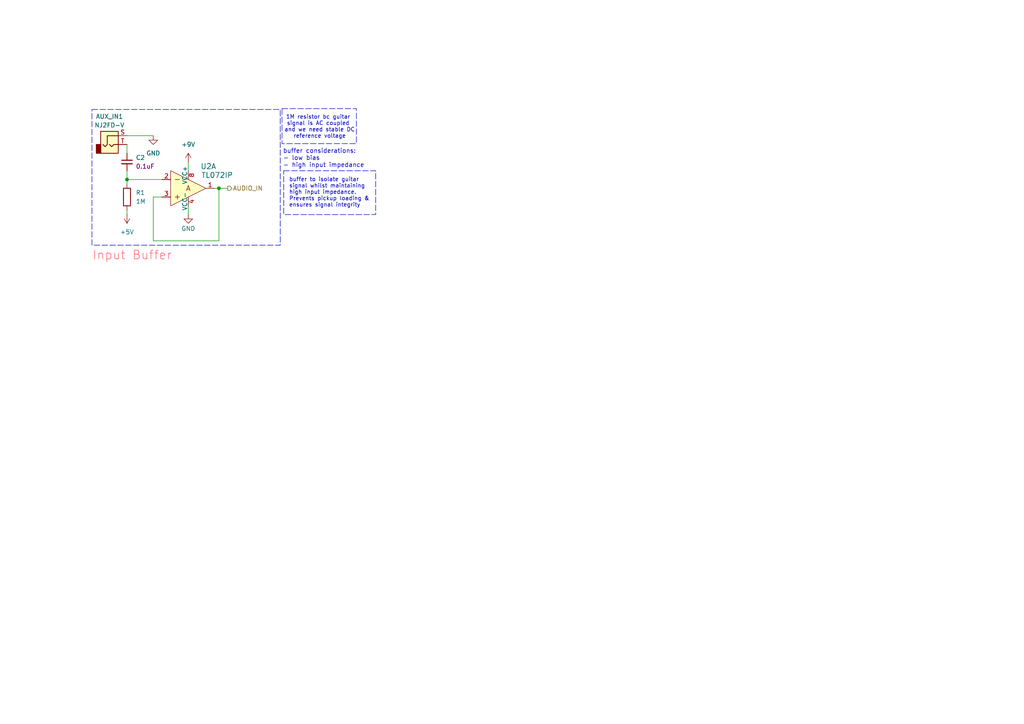
<source format=kicad_sch>
(kicad_sch (version 20231120) (generator "eeschema") (generator_version "8.0")
  (paper "A4")
  (lib_symbols
    (symbol "Connector_Audio:NJ2FD-V"
      (property "Reference" "J" (at 0 8.89 0))
      (property "Value" "NJ2FD-V" (at 0 6.35 0))
      (symbol "NJ2FD-V_0_1"
        (rectangle (start -3.81 0) (end -2.54 -2.54) (stroke (width 0.254)) (fill (type outline)))
        (rectangle (start -2.54 3.81) (end 2.54 -2.54) (stroke (width 0.254)) (fill (type background)))
        (polyline (pts (xy 0 0) (xy 0.635 -0.635) (xy 1.27 0) (xy 2.54 0)) (stroke (width 0.254)))
        (polyline (pts (xy 2.54 2.54) (xy -0.635 2.54) (xy -0.635 0) (xy -1.27 -0.635) (xy -1.905 0)) (stroke (width 0.254)))
      )
      (symbol "NJ2FD-V_1_1"
        (pin passive line (at 5.08 2.54 180) (length 2.54) (name "~") (number "S"))
        (pin passive line (at 5.08 0 180) (length 2.54) (name "~") (number "T"))
      )
    )
    (symbol "Device:R" (pin_numbers hide) (pin_names (offset 0))
      (property "Reference" "R" (at 2.032 0 90))
      (property "Value" "R" (at 0 0 90))
      (symbol "R_0_1"
        (rectangle (start -1.016 -2.54) (end 1.016 2.54) (stroke (width 0.254)))
      )
      (symbol "R_1_1"
        (pin passive line (at 0 3.81 270) (length 1.27) (name "~") (number "1"))
        (pin passive line (at 0 -3.81 90) (length 1.27) (name "~") (number "2"))
      )
    )
    (symbol "PCM_4ms_Capacitor:100nF_0603_16V" (pin_numbers hide) (pin_names (offset 0.254) hide)
      (property "Reference" "C" (at 1.905 1.27 0))
      (property "Display" "0.1uF" (at 1.905 -1.27 0))
      (symbol "100nF_0603_16V_0_1"
        (polyline (pts (xy -1.524 -0.508) (xy 1.524 -0.508)) (stroke (width 0.3302)))
        (polyline (pts (xy -1.524 0.508) (xy 1.524 0.508)) (stroke (width 0.3048)))
      )
      (symbol "100nF_0603_16V_1_1"
        (pin passive line (at 0 2.54 270) (length 2.032) (name "~") (number "1"))
        (pin passive line (at 0 -2.54 90) (length 2.032) (name "~") (number "2"))
      )
    )
    (symbol "dk_Linear-Amplifiers-Instrumentation-OP-Amps-Buffer-Amps:TL072IP" (pin_names (offset 0))
      (property "Reference" "U" (at -7.62 7.62 0))
      (property "Value" "TL072IP" (at 2.54 -5.08 0))
      (symbol "TL072IP_0_1"
        (polyline (pts (xy -5.08 5.08) (xy 5.08 0)))
        (polyline (pts (xy -3.81 -2.54) (xy -2.54 -2.54)))
        (polyline (pts (xy -3.81 2.54) (xy -2.54 2.54)))
        (polyline (pts (xy -3.175 -1.905) (xy -3.175 -3.175)))
        (polyline (pts (xy -5.08 5.08) (xy -5.08 -5.08) (xy 5.08 0)) (fill (type background)))
      )
      (symbol "TL072IP_1_0"
        (text "A" (at 0 0 0) (effects (font (size 1.524 1.524))))
      )
      (symbol "TL072IP_1_1"
        (pin output line (at 7.62 0 180) (length 2.54) (name "~") (number "1"))
        (pin input line (at -7.62 2.54 0) (length 2.54) (name "~") (number "2"))
        (pin input line (at -7.62 -2.54 0) (length 2.54) (name "~") (number "3"))
        (pin power_in line (at 0 -5.08 90) (length 2.54) (name "VCC-") (number "4"))
        (pin power_in line (at 0 5.08 270) (length 2.54) (name "VCC+") (number "8"))
      )
      (symbol "TL072IP_2_0"
        (text "B" (at 0 0 0) (effects (font (size 1.524 1.524))))
      )
      (symbol "TL072IP_2_1"
        (pin power_in line (at 0 -5.08 90) (length 2.54) (name "VCC-") (number "4"))
        (pin input line (at -7.62 -2.54 0) (length 2.54) (name "~") (number "5"))
        (pin input line (at -7.62 2.54 0) (length 2.54) (name "~") (number "6"))
        (pin output line (at 7.62 0 180) (length 2.54) (name "~") (number "7"))
        (pin power_in line (at 0 5.08 270) (length 2.54) (name "VCC+") (number "8"))
      )
    )
    (symbol "power:+5V" (power) (pin_numbers hide) (pin_names (offset 0) hide)
      (property "Value" "+5V" (at 0 3.556 0))
      (symbol "+5V_0_1"
        (polyline (pts (xy -0.762 1.27) (xy 0 2.54)))
        (polyline (pts (xy 0 0) (xy 0 2.54)))
        (polyline (pts (xy 0 2.54) (xy 0.762 1.27)))
      )
      (symbol "+5V_1_1"
        (pin power_in line (at 0 0 90) (length 0) (name "~") (number "1"))
      )
    )
    (symbol "power:+9V" (power) (pin_numbers hide) (pin_names (offset 0) hide)
      (property "Value" "+9V" (at 0 3.556 0))
      (symbol "+9V_0_1"
        (polyline (pts (xy -0.762 1.27) (xy 0 2.54)))
        (polyline (pts (xy 0 0) (xy 0 2.54)))
        (polyline (pts (xy 0 2.54) (xy 0.762 1.27)))
      )
      (symbol "+9V_1_1"
        (pin power_in line (at 0 0 90) (length 0) (name "~") (number "1"))
      )
    )
    (symbol "power:GND" (power) (pin_numbers hide) (pin_names (offset 0) hide)
      (property "Value" "GND" (at 0 -3.81 0))
      (symbol "GND_0_1"
        (polyline (pts (xy 0 0) (xy 0 -1.27) (xy 1.27 -1.27) (xy 0 -2.54) (xy -1.27 -1.27) (xy 0 -1.27)))
      )
      (symbol "GND_1_1"
        (pin power_in line (at 0 0 270) (length 0) (name "~") (number "1"))
      )
    )
  )
  (junction (at 63.5 54.61))
  (junction (at 36.83 52.07))
  (wire (pts (xy 62.23 54.61) (xy 63.5 54.61)))
  (wire (pts (xy 36.83 62.23) (xy 36.83 60.96)))
  (wire (pts (xy 36.83 53.34) (xy 36.83 52.07)))
  (wire (pts (xy 54.61 46.99) (xy 54.61 49.53)))
  (wire (pts (xy 44.45 69.85) (xy 44.45 57.15)))
  (wire (pts (xy 63.5 54.61) (xy 63.5 69.85)))
  (wire (pts (xy 44.45 57.15) (xy 46.99 57.15)))
  (wire (pts (xy 36.83 41.91) (xy 36.83 44.45)))
  (wire (pts (xy 36.83 49.53) (xy 36.83 52.07)))
  (wire (pts (xy 36.83 52.07) (xy 46.99 52.07)))
  (wire (pts (xy 63.5 54.61) (xy 66.04 54.61)))
  (wire (pts (xy 63.5 69.85) (xy 44.45 69.85)))
  (wire (pts (xy 54.61 59.69) (xy 54.61 62.23)))
  (wire (pts (xy 36.83 39.37) (xy 44.45 39.37)))
  (rectangle (start 81.788 31.496) (end 103.378 41.656) (stroke (width 0) (type dash)))
  (rectangle (start 82.296 49.53) (end 108.966 62.23) (stroke (width 0) (type dash)))
  (rectangle (start 26.67 31.75) (end 81.28 71.12) (stroke (width 0) (type dash)))
  (text "1M resistor bc guitar \nsignal is AC coupled \nand we need stable DC\nreference voltage" (at 92.71 36.83 0) (effects (font (size 1.143 1.143))))
  (text "Input Buffer\n" (at 38.354 74.168 0) (effects (font (size 2.54 2.54))))
  (text "buffer to isolate guitar \nsignal whilst maintaining \nhigh input impedance.\nPrevents pickup loading &\nensures signal integrity " (at 83.82 55.88 0) (effects (font (size 1.143 1.143)) (justify left)))
  (text "buffer considerations:\n- low bias\n- high input impedance\n\n" (at 82.042 46.99 0) (effects (font (size 1.27 1.27)) (justify left)))
  (hierarchical_label "AUDIO_IN" (shape output) (at 66.04 54.61 0))
  (symbol (lib_id "Connector_Audio:NJ2FD-V") (at 31.75 41.91 0) (unit 1)
    (property "Reference" "AUX_IN1" (at 31.75 33.782 0))
    (property "Value" "NJ2FD-V" (at 31.75 36.322 0))
    (property "Footprint" "Connector_Audio:Jack_6.35mm_Neutrik_NJ2FD-V_Vertical" (effects (hide yes)))
    (property "Datasheet" "https://www.neutrik.com/en/product/nj2fd-v" (effects (hide yes)))
    (property "Description" "6.35mm (1/4 in) Vertical Jack, Non-switching mono jack (T/S)" (effects (hide yes)))
  )
  (symbol (lib_id "power:+9V") (at 54.61 46.99 0) (unit 1)
    (property "Reference" "#PWR08" (effects (hide yes)))
    (property "Value" "+9V" (at 54.61 41.91 0))
    (property "Description" "Power symbol creates a global label with name \"+9V\"" (effects (hide yes)))
  )
  (symbol (lib_id "power:GND") (at 44.45 39.37 0) (unit 1)
    (property "Reference" "#PWR02" (effects (hide yes)))
    (property "Value" "GND" (at 44.45 44.45 0))
    (property "Description" "Power symbol creates a global label with name \"GND\" , ground" (effects (hide yes)))
  )
  (symbol (lib_id "dk_Linear-Amplifiers-Instrumentation-OP-Amps-Buffer-Amps:TL072IP") (at 54.61 54.61 0) (unit 1)
    (property "Reference" "U2" (at 60.452 48.26 0) (effects (font (size 1.524 1.524))))
    (property "Value" "TL072IP" (at 62.992 50.8 0) (effects (font (size 1.524 1.524))))
    (property "Footprint" "digikey-footprints:DIP-8_W7.62mm" (effects (hide yes)))
    (property "Datasheet" "http://www.ti.com/general/docs/suppproductinfo.tsp?distId=10&gotoUrl=http%3A%2F%2Fwww.ti.com%2Flit%2Fgpn%2Ftl071a" (effects (hide yes)))
    (property "Description" "IC OPAMP JFET 2 CIRCUIT 8DIP" (effects (hide yes)))
    (property "Digi-Key_PN" "296-14997-5-ND" (effects (hide yes)))
    (property "MPN" "TL072IP" (effects (hide yes)))
    (property "Category" "Integrated Circuits (ICs)" (effects (hide yes)))
    (property "Family" "Linear - Amplifiers - Instrumentation, OP Amps, Buffer Amps" (effects (hide yes)))
    (property "DK_Datasheet_Link" "http://www.ti.com/general/docs/suppproductinfo.tsp?distId=10&gotoUrl=http%3A%2F%2Fwww.ti.com%2Flit%2Fgpn%2Ftl071a" (effects (hide yes)))
    (property "DK_Detail_Page" "/product-detail/en/texas-instruments/TL072IP/296-14997-5-ND/563039" (effects (hide yes)))
    (property "Description_1" "IC OPAMP JFET 2 CIRCUIT 8DIP" (effects (hide yes)))
    (property "Manufacturer" "Texas Instruments" (effects (hide yes)))
    (property "Status" "Active" (effects (hide yes)))
  )
  (symbol (lib_id "power:+5V") (at 36.83 62.23 180) (unit 1)
    (property "Reference" "#PWR01" (effects (hide yes)))
    (property "Value" "+5V" (at 36.83 67.31 0))
    (property "Description" "Power symbol creates a global label with name \"+5V\"" (effects (hide yes)))
  )
  (symbol (lib_id "power:GND") (at 54.61 62.23 0) (unit 1)
    (property "Reference" "#PWR010" (effects (hide yes)))
    (property "Value" "GND" (at 54.61 66.294 0))
    (property "Description" "Power symbol creates a global label with name \"GND\" , ground" (effects (hide yes)))
  )
  (symbol (lib_id "PCM_4ms_Capacitor:100nF_0603_16V") (at 36.83 46.99 0) (unit 1)
    (property "Reference" "C2" (at 39.37 45.7262 0) (effects (justify left)))
    (property "Value" "100nF_0603_16V" (effects (hide yes)))
    (property "Footprint" "4ms_Capacitor:C_0603" (effects (hide yes)))
    (property "Description" "0.1uF, Min. 16V 10%, X7R or X5R or similar" (effects (hide yes)))
    (property "Specifications" "0.1uF, Min. 16V 10%, X7R or X5R or similar" (effects (hide yes)))
    (property "Manufacturer" "AVX Corporation" (effects (hide yes)))
    (property "Part Number" "0603YC104KAT2A" (effects (hide yes)))
    (property "Display" "0.1uF" (at 39.37 48.2662 0) (effects (justify left)))
    (property "JLCPCB ID" "C14663" (effects (hide yes)))
  )
  (symbol (lib_id "Device:R") (at 36.83 57.15 0) (unit 1)
    (property "Reference" "R1" (at 39.37 55.8799 0) (effects (justify left)))
    (property "Value" "1M" (at 39.37 58.4199 0) (effects (justify left)))
    (property "Description" "Resistor" (effects (hide yes)))
  )
)
</source>
